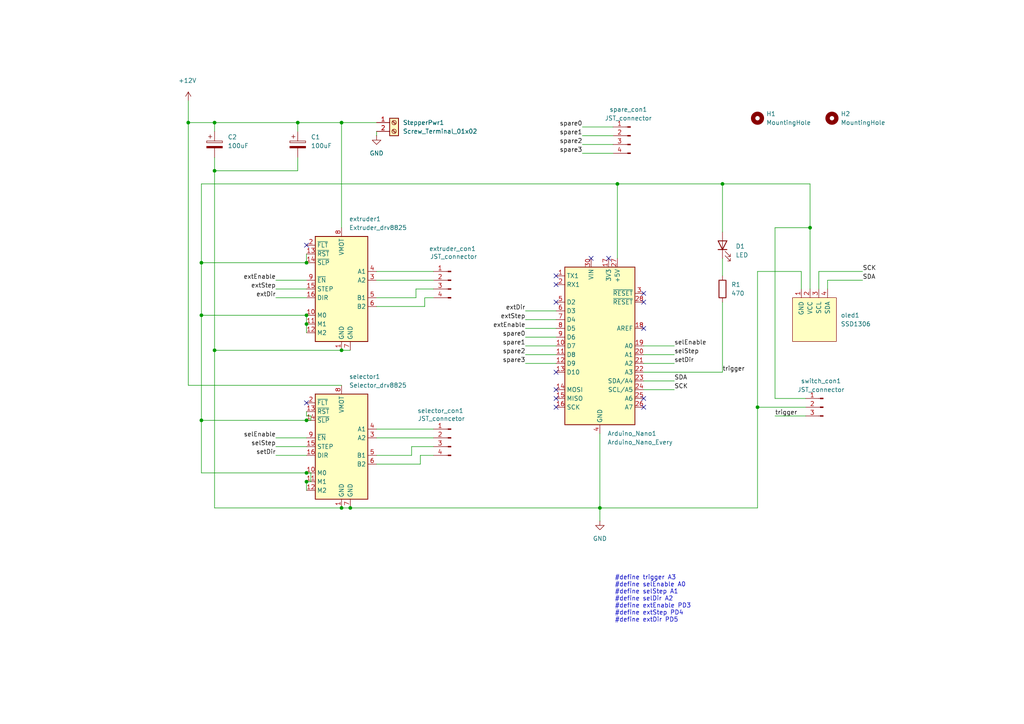
<source format=kicad_sch>
(kicad_sch (version 20231120) (generator "eeschema") (generator_version "8.0")
  (paper "A4")
  (lib_symbols
    (symbol "Connector:Conn_01x03_Pin" (pin_names (offset 1.016) hide)
      (property "Reference" "J" (at 0 5.08 0))
      (property "Value" "Conn_01x03_Pin" (at 0 -5.08 0))
      (symbol "Conn_01x03_Pin_1_1"
        (polyline (pts (xy 1.27 -2.54) (xy 0.8636 -2.54)) (stroke (width 0.1524)))
        (polyline (pts (xy 1.27 0) (xy 0.8636 0)) (stroke (width 0.1524)))
        (polyline (pts (xy 1.27 2.54) (xy 0.8636 2.54)) (stroke (width 0.1524)))
        (rectangle (start 0.8636 -2.413) (end 0 -2.667) (stroke (width 0.1524)) (fill (type outline)))
        (rectangle (start 0.8636 0.127) (end 0 -0.127) (stroke (width 0.1524)) (fill (type outline)))
        (rectangle (start 0.8636 2.667) (end 0 2.413) (stroke (width 0.1524)) (fill (type outline)))
        (pin passive line (at 5.08 2.54 180) (length 3.81) (name "Pin_1") (number "1"))
        (pin passive line (at 5.08 0 180) (length 3.81) (name "Pin_2") (number "2"))
        (pin passive line (at 5.08 -2.54 180) (length 3.81) (name "Pin_3") (number "3"))
      )
    )
    (symbol "Connector:Conn_01x04_Pin" (pin_names (offset 1.016) hide)
      (property "Reference" "J" (at 0 5.08 0))
      (property "Value" "Conn_01x04_Pin" (at 0 -7.62 0))
      (symbol "Conn_01x04_Pin_1_1"
        (polyline (pts (xy 1.27 -5.08) (xy 0.8636 -5.08)) (stroke (width 0.1524)))
        (polyline (pts (xy 1.27 -2.54) (xy 0.8636 -2.54)) (stroke (width 0.1524)))
        (polyline (pts (xy 1.27 0) (xy 0.8636 0)) (stroke (width 0.1524)))
        (polyline (pts (xy 1.27 2.54) (xy 0.8636 2.54)) (stroke (width 0.1524)))
        (rectangle (start 0.8636 -4.953) (end 0 -5.207) (stroke (width 0.1524)) (fill (type outline)))
        (rectangle (start 0.8636 -2.413) (end 0 -2.667) (stroke (width 0.1524)) (fill (type outline)))
        (rectangle (start 0.8636 0.127) (end 0 -0.127) (stroke (width 0.1524)) (fill (type outline)))
        (rectangle (start 0.8636 2.667) (end 0 2.413) (stroke (width 0.1524)) (fill (type outline)))
        (pin passive line (at 5.08 2.54 180) (length 3.81) (name "Pin_1") (number "1"))
        (pin passive line (at 5.08 0 180) (length 3.81) (name "Pin_2") (number "2"))
        (pin passive line (at 5.08 -2.54 180) (length 3.81) (name "Pin_3") (number "3"))
        (pin passive line (at 5.08 -5.08 180) (length 3.81) (name "Pin_4") (number "4"))
      )
    )
    (symbol "Connector:Screw_Terminal_01x02" (pin_names (offset 1.016) hide)
      (property "Reference" "J" (at 0 2.54 0))
      (property "Value" "Screw_Terminal_01x02" (at 0 -5.08 0))
      (symbol "Screw_Terminal_01x02_1_1"
        (rectangle (start -1.27 1.27) (end 1.27 -3.81) (stroke (width 0.254)) (fill (type background)))
        (circle (center 0 -2.54) (radius 0.635) (stroke (width 0.1524)))
        (polyline (pts (xy -0.5334 -2.2098) (xy 0.3302 -3.048)) (stroke (width 0.1524)))
        (polyline (pts (xy -0.5334 0.3302) (xy 0.3302 -0.508)) (stroke (width 0.1524)))
        (polyline (pts (xy -0.3556 -2.032) (xy 0.508 -2.8702)) (stroke (width 0.1524)))
        (polyline (pts (xy -0.3556 0.508) (xy 0.508 -0.3302)) (stroke (width 0.1524)))
        (circle (center 0 0) (radius 0.635) (stroke (width 0.1524)))
        (pin passive line (at -5.08 0 0) (length 3.81) (name "Pin_1") (number "1"))
        (pin passive line (at -5.08 -2.54 0) (length 3.81) (name "Pin_2") (number "2"))
      )
    )
    (symbol "Device:C_Polarized" (pin_numbers hide) (pin_names (offset 0.254))
      (property "Reference" "C" (at 0.635 2.54 0))
      (property "Value" "C_Polarized" (at 0.635 -2.54 0))
      (symbol "C_Polarized_0_1"
        (rectangle (start -2.286 0.508) (end 2.286 1.016))
        (polyline (pts (xy -1.778 2.286) (xy -0.762 2.286)))
        (polyline (pts (xy -1.27 2.794) (xy -1.27 1.778)))
        (rectangle (start 2.286 -0.508) (end -2.286 -1.016) (fill (type outline)))
      )
      (symbol "C_Polarized_1_1"
        (pin passive line (at 0 3.81 270) (length 2.794) (name "~") (number "1"))
        (pin passive line (at 0 -3.81 90) (length 2.794) (name "~") (number "2"))
      )
    )
    (symbol "Device:LED" (pin_numbers hide) (pin_names (offset 1.016) hide)
      (property "Reference" "D" (at 0 2.54 0))
      (property "Value" "LED" (at 0 -2.54 0))
      (symbol "LED_0_1"
        (polyline (pts (xy -1.27 -1.27) (xy -1.27 1.27)) (stroke (width 0.254)))
        (polyline (pts (xy -1.27 0) (xy 1.27 0)))
        (polyline (pts (xy 1.27 -1.27) (xy 1.27 1.27) (xy -1.27 0) (xy 1.27 -1.27)) (stroke (width 0.254)))
        (polyline (pts (xy -3.048 -0.762) (xy -4.572 -2.286) (xy -3.81 -2.286) (xy -4.572 -2.286) (xy -4.572 -1.524)))
        (polyline (pts (xy -1.778 -0.762) (xy -3.302 -2.286) (xy -2.54 -2.286) (xy -3.302 -2.286) (xy -3.302 -1.524)))
      )
      (symbol "LED_1_1"
        (pin passive line (at -3.81 0 0) (length 2.54) (name "K") (number "1"))
        (pin passive line (at 3.81 0 180) (length 2.54) (name "A") (number "2"))
      )
    )
    (symbol "Device:R" (pin_numbers hide) (pin_names (offset 0))
      (property "Reference" "R" (at 2.032 0 90))
      (property "Value" "R" (at 0 0 90))
      (symbol "R_0_1"
        (rectangle (start -1.016 -2.54) (end 1.016 2.54) (stroke (width 0.254)))
      )
      (symbol "R_1_1"
        (pin passive line (at 0 3.81 270) (length 1.27) (name "~") (number "1"))
        (pin passive line (at 0 -3.81 90) (length 1.27) (name "~") (number "2"))
      )
    )
    (symbol "Driver_Motor:Pololu_Breakout_DRV8825"
      (property "Reference" "A" (at -2.54 16.51 0))
      (property "Value" "Pololu_Breakout_DRV8825" (at -2.54 13.97 0))
      (symbol "Pololu_Breakout_DRV8825_0_1"
        (rectangle (start 7.62 -17.78) (end -7.62 12.7) (stroke (width 0.254)) (fill (type background)))
      )
      (symbol "Pololu_Breakout_DRV8825_1_1"
        (pin power_in line (at 0 -20.32 90) (length 2.54) (name "GND") (number "1"))
        (pin input line (at -10.16 -10.16 0) (length 2.54) (name "M0") (number "10"))
        (pin input line (at -10.16 -12.7 0) (length 2.54) (name "M1") (number "11"))
        (pin input line (at -10.16 -15.24 0) (length 2.54) (name "M2") (number "12"))
        (pin input line (at -10.16 7.62 0) (length 2.54) (name "~{RST}") (number "13"))
        (pin input line (at -10.16 5.08 0) (length 2.54) (name "~{SLP}") (number "14"))
        (pin input line (at -10.16 -2.54 0) (length 2.54) (name "STEP") (number "15"))
        (pin input line (at -10.16 -5.08 0) (length 2.54) (name "DIR") (number "16"))
        (pin output line (at -10.16 10.16 0) (length 2.54) (name "~{FLT}") (number "2"))
        (pin output line (at 10.16 0 180) (length 2.54) (name "A2") (number "3"))
        (pin output line (at 10.16 2.54 180) (length 2.54) (name "A1") (number "4"))
        (pin output line (at 10.16 -5.08 180) (length 2.54) (name "B1") (number "5"))
        (pin output line (at 10.16 -7.62 180) (length 2.54) (name "B2") (number "6"))
        (pin power_in line (at 2.54 -20.32 90) (length 2.54) (name "GND") (number "7"))
        (pin power_in line (at 0 15.24 270) (length 2.54) (name "VMOT") (number "8"))
        (pin input line (at -10.16 0 0) (length 2.54) (name "~{EN}") (number "9"))
      )
    )
    (symbol "MCU_Module:Arduino_Nano_Every"
      (property "Reference" "A" (at -10.16 23.495 0))
      (property "Value" "Arduino_Nano_Every" (at 5.08 -24.13 0))
      (symbol "Arduino_Nano_Every_0_1"
        (rectangle (start -10.16 22.86) (end 10.16 -22.86) (stroke (width 0.254)) (fill (type background)))
      )
      (symbol "Arduino_Nano_Every_1_1"
        (pin bidirectional line (at -12.7 20.32 0) (length 2.54) (name "TX1") (number "1"))
        (pin bidirectional line (at -12.7 0 0) (length 2.54) (name "D7") (number "10"))
        (pin bidirectional line (at -12.7 -2.54 0) (length 2.54) (name "D8") (number "11"))
        (pin bidirectional line (at -12.7 -5.08 0) (length 2.54) (name "D9") (number "12"))
        (pin bidirectional line (at -12.7 -7.62 0) (length 2.54) (name "D10") (number "13"))
        (pin bidirectional line (at -12.7 -12.7 0) (length 2.54) (name "MOSI") (number "14"))
        (pin bidirectional line (at -12.7 -15.24 0) (length 2.54) (name "MISO") (number "15"))
        (pin bidirectional line (at -12.7 -17.78 0) (length 2.54) (name "SCK") (number "16"))
        (pin power_out line (at 2.54 25.4 270) (length 2.54) (name "3V3") (number "17"))
        (pin input line (at 12.7 5.08 180) (length 2.54) (name "AREF") (number "18"))
        (pin bidirectional line (at 12.7 0 180) (length 2.54) (name "A0") (number "19"))
        (pin bidirectional line (at -12.7 17.78 0) (length 2.54) (name "RX1") (number "2"))
        (pin bidirectional line (at 12.7 -2.54 180) (length 2.54) (name "A1") (number "20"))
        (pin bidirectional line (at 12.7 -5.08 180) (length 2.54) (name "A2") (number "21"))
        (pin bidirectional line (at 12.7 -7.62 180) (length 2.54) (name "A3") (number "22"))
        (pin bidirectional line (at 12.7 -10.16 180) (length 2.54) (name "SDA/A4") (number "23"))
        (pin bidirectional line (at 12.7 -12.7 180) (length 2.54) (name "SCL/A5") (number "24"))
        (pin bidirectional line (at 12.7 -15.24 180) (length 2.54) (name "A6") (number "25"))
        (pin bidirectional line (at 12.7 -17.78 180) (length 2.54) (name "A7") (number "26"))
        (pin power_out line (at 5.08 25.4 270) (length 2.54) (name "+5V") (number "27"))
        (pin input line (at 12.7 12.7 180) (length 2.54) (name "~{RESET}") (number "28"))
        (pin passive line (at 0 -25.4 90) (length 2.54) hide (name "GND") (number "29"))
        (pin input line (at 12.7 15.24 180) (length 2.54) (name "~{RESET}") (number "3"))
        (pin power_in line (at -2.54 25.4 270) (length 2.54) (name "VIN") (number "30"))
        (pin power_in line (at 0 -25.4 90) (length 2.54) (name "GND") (number "4"))
        (pin bidirectional line (at -12.7 12.7 0) (length 2.54) (name "D2") (number "5"))
        (pin bidirectional line (at -12.7 10.16 0) (length 2.54) (name "D3") (number "6"))
        (pin bidirectional line (at -12.7 7.62 0) (length 2.54) (name "D4") (number "7"))
        (pin bidirectional line (at -12.7 5.08 0) (length 2.54) (name "D5") (number "8"))
        (pin bidirectional line (at -12.7 2.54 0) (length 2.54) (name "D6") (number "9"))
      )
    )
    (symbol "Mechanical:MountingHole" (pin_names (offset 1.016)) (exclude_from_sim yes) (in_bom no)
      (property "Reference" "H" (at 0 5.08 0))
      (property "Value" "MountingHole" (at 0 3.175 0))
      (symbol "MountingHole_0_1"
        (circle (center 0 0) (radius 1.27) (stroke (width 1.27)))
      )
    )
    (symbol "SSD1306-128x64_OLED:SSD1306" (pin_names (offset 1.016))
      (property "Reference" "Brd" (at 0 -3.81 0))
      (property "Value" "SSD1306" (at 0 -1.27 0))
      (symbol "SSD1306_0_1"
        (rectangle (start -6.35 6.35) (end 6.35 -6.35) (fill (type background)))
      )
      (symbol "SSD1306_1_1"
        (pin input line (at -3.81 8.89 270) (length 2.54) (name "GND") (number "1"))
        (pin input line (at -1.27 8.89 270) (length 2.54) (name "VCC") (number "2"))
        (pin input line (at 1.27 8.89 270) (length 2.54) (name "SCL") (number "3"))
        (pin input line (at 3.81 8.89 270) (length 2.54) (name "SDA") (number "4"))
      )
    )
    (symbol "power:+12V" (power) (pin_numbers hide) (pin_names (offset 0) hide)
      (property "Value" "+12V" (at 0 3.556 0))
      (symbol "+12V_0_1"
        (polyline (pts (xy -0.762 1.27) (xy 0 2.54)))
        (polyline (pts (xy 0 0) (xy 0 2.54)))
        (polyline (pts (xy 0 2.54) (xy 0.762 1.27)))
      )
      (symbol "+12V_1_1"
        (pin power_in line (at 0 0 90) (length 0) (name "~") (number "1"))
      )
    )
    (symbol "power:GND" (power) (pin_numbers hide) (pin_names (offset 0) hide)
      (property "Value" "GND" (at 0 -3.81 0))
      (symbol "GND_0_1"
        (polyline (pts (xy 0 0) (xy 0 -1.27) (xy 1.27 -1.27) (xy 0 -2.54) (xy -1.27 -1.27) (xy 0 -1.27)))
      )
      (symbol "GND_1_1"
        (pin power_in line (at 0 0 270) (length 0) (name "~") (number "1"))
      )
    )
  )
  (junction (at 86.36 35.56))
  (junction (at 62.23 35.56))
  (junction (at 58.42 91.44))
  (junction (at 62.23 101.6))
  (junction (at 88.9 137.16))
  (junction (at 58.42 121.92))
  (junction (at 219.71 118.11))
  (junction (at 54.61 35.56))
  (junction (at 99.06 147.32))
  (junction (at 209.55 53.34))
  (junction (at 88.9 91.44))
  (junction (at 62.23 49.53))
  (junction (at 58.42 76.2))
  (junction (at 179.07 53.34))
  (junction (at 234.95 66.04))
  (junction (at 99.06 35.56))
  (junction (at 173.99 147.32))
  (junction (at 88.9 121.92))
  (junction (at 99.06 101.6))
  (junction (at 88.9 93.98))
  (junction (at 88.9 139.7))
  (junction (at 88.9 76.2))
  (junction (at 101.6 147.32))
  (no_connect (at 161.29 80.01))
  (no_connect (at 171.45 74.93))
  (no_connect (at 186.69 85.09))
  (no_connect (at 176.53 74.93))
  (no_connect (at 161.29 118.11))
  (no_connect (at 186.69 118.11))
  (no_connect (at 161.29 107.95))
  (no_connect (at 161.29 115.57))
  (no_connect (at 88.9 116.84))
  (no_connect (at 186.69 87.63))
  (no_connect (at 161.29 113.03))
  (no_connect (at 88.9 71.12))
  (no_connect (at 161.29 82.55))
  (no_connect (at 161.29 87.63))
  (no_connect (at 186.69 95.25))
  (no_connect (at 186.69 115.57))
  (wire (pts (xy 161.29 90.17) (xy 152.4 90.17)))
  (wire (pts (xy 233.68 115.57) (xy 224.79 115.57)))
  (wire (pts (xy 99.06 101.6) (xy 101.6 101.6)))
  (wire (pts (xy 186.69 102.87) (xy 195.58 102.87)))
  (wire (pts (xy 209.55 53.34) (xy 209.55 67.31)))
  (wire (pts (xy 99.06 147.32) (xy 101.6 147.32)))
  (wire (pts (xy 179.07 53.34) (xy 209.55 53.34)))
  (wire (pts (xy 119.38 129.54) (xy 125.73 129.54)))
  (wire (pts (xy 88.9 73.66) (xy 88.9 76.2)))
  (wire (pts (xy 161.29 97.79) (xy 152.4 97.79)))
  (wire (pts (xy 186.69 110.49) (xy 195.58 110.49)))
  (wire (pts (xy 219.71 118.11) (xy 219.71 147.32)))
  (wire (pts (xy 120.65 83.82) (xy 120.65 86.36)))
  (wire (pts (xy 240.03 81.28) (xy 240.03 83.82)))
  (wire (pts (xy 88.9 91.44) (xy 88.9 93.98)))
  (wire (pts (xy 237.49 78.74) (xy 250.19 78.74)))
  (wire (pts (xy 88.9 129.54) (xy 80.01 129.54)))
  (wire (pts (xy 58.42 53.34) (xy 179.07 53.34)))
  (wire (pts (xy 58.42 121.92) (xy 58.42 137.16)))
  (wire (pts (xy 58.42 91.44) (xy 88.9 91.44)))
  (wire (pts (xy 219.71 78.74) (xy 232.41 78.74)))
  (wire (pts (xy 109.22 127) (xy 125.73 127)))
  (wire (pts (xy 224.79 120.65) (xy 233.68 120.65)))
  (wire (pts (xy 86.36 35.56) (xy 99.06 35.56)))
  (wire (pts (xy 120.65 86.36) (xy 109.22 86.36)))
  (wire (pts (xy 173.99 147.32) (xy 173.99 151.13)))
  (wire (pts (xy 58.42 137.16) (xy 88.9 137.16)))
  (wire (pts (xy 90.17 120.65) (xy 90.17 121.92)))
  (wire (pts (xy 161.29 95.25) (xy 152.4 95.25)))
  (wire (pts (xy 88.9 120.65) (xy 90.17 120.65)))
  (wire (pts (xy 224.79 115.57) (xy 224.79 66.04)))
  (wire (pts (xy 219.71 78.74) (xy 219.71 118.11)))
  (wire (pts (xy 109.22 78.74) (xy 125.73 78.74)))
  (wire (pts (xy 62.23 101.6) (xy 62.23 147.32)))
  (wire (pts (xy 234.95 53.34) (xy 234.95 66.04)))
  (wire (pts (xy 161.29 92.71) (xy 152.4 92.71)))
  (wire (pts (xy 88.9 86.36) (xy 80.01 86.36)))
  (wire (pts (xy 120.65 83.82) (xy 125.73 83.82)))
  (wire (pts (xy 232.41 78.74) (xy 232.41 83.82)))
  (wire (pts (xy 62.23 49.53) (xy 86.36 49.53)))
  (wire (pts (xy 62.23 101.6) (xy 99.06 101.6)))
  (wire (pts (xy 62.23 147.32) (xy 99.06 147.32)))
  (wire (pts (xy 58.42 91.44) (xy 58.42 121.92)))
  (wire (pts (xy 109.22 81.28) (xy 125.73 81.28)))
  (wire (pts (xy 101.6 147.32) (xy 173.99 147.32)))
  (wire (pts (xy 234.95 66.04) (xy 234.95 83.82)))
  (wire (pts (xy 123.19 86.36) (xy 125.73 86.36)))
  (wire (pts (xy 88.9 137.16) (xy 90.17 137.16)))
  (wire (pts (xy 54.61 35.56) (xy 54.61 29.21)))
  (wire (pts (xy 86.36 35.56) (xy 62.23 35.56)))
  (wire (pts (xy 186.69 107.95) (xy 209.55 107.95)))
  (wire (pts (xy 177.8 39.37) (xy 168.91 39.37)))
  (wire (pts (xy 123.19 86.36) (xy 123.19 88.9)))
  (wire (pts (xy 121.92 134.62) (xy 109.22 134.62)))
  (wire (pts (xy 121.92 132.08) (xy 121.92 134.62)))
  (wire (pts (xy 62.23 49.53) (xy 62.23 45.72)))
  (wire (pts (xy 88.9 139.7) (xy 88.9 142.24)))
  (wire (pts (xy 88.9 93.98) (xy 88.9 96.52)))
  (wire (pts (xy 161.29 102.87) (xy 152.4 102.87)))
  (wire (pts (xy 54.61 35.56) (xy 62.23 35.56)))
  (wire (pts (xy 179.07 53.34) (xy 179.07 74.93)))
  (wire (pts (xy 54.61 111.76) (xy 54.61 35.56)))
  (wire (pts (xy 62.23 35.56) (xy 62.23 38.1)))
  (wire (pts (xy 123.19 88.9) (xy 109.22 88.9)))
  (wire (pts (xy 161.29 105.41) (xy 152.4 105.41)))
  (wire (pts (xy 177.8 44.45) (xy 168.91 44.45)))
  (wire (pts (xy 58.42 76.2) (xy 58.42 91.44)))
  (wire (pts (xy 88.9 139.7) (xy 90.17 139.7)))
  (wire (pts (xy 99.06 35.56) (xy 99.06 66.04)))
  (wire (pts (xy 86.36 35.56) (xy 86.36 38.1)))
  (wire (pts (xy 173.99 147.32) (xy 219.71 147.32)))
  (wire (pts (xy 119.38 132.08) (xy 119.38 129.54)))
  (wire (pts (xy 99.06 111.76) (xy 54.61 111.76)))
  (wire (pts (xy 58.42 76.2) (xy 88.9 76.2)))
  (wire (pts (xy 177.8 41.91) (xy 168.91 41.91)))
  (wire (pts (xy 88.9 121.92) (xy 90.17 121.92)))
  (wire (pts (xy 186.69 105.41) (xy 195.58 105.41)))
  (wire (pts (xy 240.03 81.28) (xy 250.19 81.28)))
  (wire (pts (xy 224.79 66.04) (xy 234.95 66.04)))
  (wire (pts (xy 219.71 118.11) (xy 233.68 118.11)))
  (wire (pts (xy 58.42 53.34) (xy 58.42 76.2)))
  (wire (pts (xy 88.9 119.38) (xy 88.9 120.65)))
  (wire (pts (xy 86.36 49.53) (xy 86.36 45.72)))
  (wire (pts (xy 88.9 127) (xy 80.01 127)))
  (wire (pts (xy 121.92 132.08) (xy 125.73 132.08)))
  (wire (pts (xy 88.9 83.82) (xy 80.01 83.82)))
  (wire (pts (xy 209.55 107.95) (xy 209.55 87.63)))
  (wire (pts (xy 88.9 132.08) (xy 80.01 132.08)))
  (wire (pts (xy 209.55 74.93) (xy 209.55 80.01)))
  (wire (pts (xy 237.49 78.74) (xy 237.49 83.82)))
  (wire (pts (xy 109.22 38.1) (xy 109.22 39.37)))
  (wire (pts (xy 209.55 53.34) (xy 234.95 53.34)))
  (wire (pts (xy 186.69 100.33) (xy 195.58 100.33)))
  (wire (pts (xy 173.99 125.73) (xy 173.99 147.32)))
  (wire (pts (xy 161.29 100.33) (xy 152.4 100.33)))
  (wire (pts (xy 109.22 132.08) (xy 119.38 132.08)))
  (wire (pts (xy 62.23 49.53) (xy 62.23 101.6)))
  (wire (pts (xy 88.9 81.28) (xy 80.01 81.28)))
  (wire (pts (xy 58.42 121.92) (xy 88.9 121.92)))
  (wire (pts (xy 186.69 113.03) (xy 195.58 113.03)))
  (wire (pts (xy 109.22 124.46) (xy 125.73 124.46)))
  (wire (pts (xy 90.17 137.16) (xy 90.17 139.7)))
  (wire (pts (xy 177.8 36.83) (xy 168.91 36.83)))
  (wire (pts (xy 99.06 35.56) (xy 109.22 35.56)))
  (text "#define trigger A3\n#define selEnable A0\n#define selStep A1\n#define selDir A2\n#define extEnable PD3\n#define extStep PD4\n#define extDir PD5\n" (at 178.308 173.736 0) (effects (font (size 1.27 1.27)) (justify left)))
  (label "extStep" (at 80.01 83.82 180))
  (label "trigger" (at 224.79 120.65 0))
  (label "SDA" (at 195.58 110.49 0))
  (label "spare2" (at 168.91 41.91 180))
  (label "selStep" (at 80.01 129.54 180))
  (label "setDir" (at 195.58 105.41 0))
  (label "SCK" (at 250.19 78.74 0))
  (label "spare1" (at 152.4 100.33 180))
  (label "spare3" (at 152.4 105.41 180))
  (label "extStep" (at 152.4 92.71 180))
  (label "extDir" (at 80.01 86.36 180))
  (label "SDA" (at 250.19 81.28 0))
  (label "selEnable" (at 80.01 127 180))
  (label "extDir" (at 152.4 90.17 180))
  (label "spare0" (at 168.91 36.83 180))
  (label "extEnable" (at 80.01 81.28 180))
  (label "spare1" (at 168.91 39.37 180))
  (label "selEnable" (at 195.58 100.33 0))
  (label "spare2" (at 152.4 102.87 180))
  (label "SCK" (at 195.58 113.03 0))
  (label "setDir" (at 80.01 132.08 180))
  (label "extEnable" (at 152.4 95.25 180))
  (label "trigger" (at 209.55 107.95 0))
  (label "spare0" (at 152.4 97.79 180))
  (label "spare3" (at 168.91 44.45 180))
  (label "selStep" (at 195.58 102.87 0))
  (symbol (lib_id "Device:R") (at 209.55 83.82 0) (unit 1)
    (property "Reference" "R1" (at 212.09 82.5499 0) (effects (justify left)))
    (property "Value" "470" (at 212.09 85.0899 0) (effects (justify left)))
    (property "Footprint" "Resistor_THT:R_Axial_DIN0204_L3.6mm_D1.6mm_P2.54mm_Vertical" (effects (hide yes)))
    (property "Description" "Resistor" (effects (hide yes)))
  )
  (symbol (lib_id "Connector:Conn_01x03_Pin") (at 238.76 118.11 0) (mirror y) (unit 1)
    (property "Reference" "switch_con1" (at 238.125 110.49 0))
    (property "Value" "JST_connector" (at 238.125 113.03 0))
    (property "Footprint" "Connector_JST:JST_EH_B3B-EH-A_1x03_P2.50mm_Vertical" (effects (hide yes)))
    (property "Description" "Generic connector, single row, 01x03, script generated" (effects (hide yes)))
  )
  (symbol (lib_id "Connector:Conn_01x04_Pin") (at 130.81 127 0) (mirror y) (unit 1)
    (property "Reference" "selector_con1" (at 127.762 119.126 0))
    (property "Value" "JST_conncetor" (at 128.016 121.412 0))
    (property "Footprint" "Connector_JST:JST_EH_B4B-EH-A_1x04_P2.50mm_Vertical" (effects (hide yes)))
    (property "Description" "Generic connector, single row, 01x04, script generated" (effects (hide yes)))
  )
  (symbol (lib_id "Driver_Motor:Pololu_Breakout_DRV8825") (at 99.06 81.28 0) (unit 1)
    (property "Reference" "extruder1" (at 101.2541 63.5 0) (effects (justify left)))
    (property "Value" "Extruder_drv8825" (at 101.2541 66.04 0) (effects (justify left)))
    (property "Footprint" "Module:Pololu_Breakout-16_15.2x20.3mm" (effects (hide yes)))
    (property "Datasheet" "https://www.pololu.com/product/2982" (effects (hide yes)))
    (property "Description" "Pololu Breakout Board, Stepper Driver DRV8825" (effects (hide yes)))
  )
  (symbol (lib_id "SSD1306-128x64_OLED:SSD1306") (at 236.22 92.71 0) (unit 1)
    (property "Reference" "oled1" (at 243.84 91.4399 0) (effects (justify left)))
    (property "Value" "SSD1306" (at 243.84 93.9799 0) (effects (justify left)))
    (property "Footprint" "SSD1306:128x64OLED" (effects (hide yes)))
    (property "Description" "SSD1306 OLED" (effects (hide yes)))
  )
  (symbol (lib_id "Device:C_Polarized") (at 86.36 41.91 0) (unit 1)
    (property "Reference" "C1" (at 90.17 39.7509 0) (effects (justify left)))
    (property "Value" "100uF" (at 90.17 42.2909 0) (effects (justify left)))
    (property "Footprint" "Capacitor_THT:CP_Radial_D5.0mm_P2.50mm" (effects (hide yes)))
    (property "Description" "Polarized capacitor" (effects (hide yes)))
  )
  (symbol (lib_id "Mechanical:MountingHole") (at 241.3 34.29 0) (unit 1) (exclude_from_sim yes) (in_bom no)
    (property "Reference" "H2" (at 243.84 33.0199 0) (effects (justify left)))
    (property "Value" "MountingHole" (at 243.84 35.5599 0) (effects (justify left)))
    (property "Footprint" "MountingHole:MountingHole_3.2mm_M3" (effects (hide yes)))
    (property "Description" "Mounting Hole without connection" (effects (hide yes)))
  )
  (symbol (lib_id "power:+12V") (at 54.61 29.21 0) (unit 1)
    (property "Reference" "#PWR02" (effects (hide yes)))
    (property "Value" "+12V" (at 54.356 23.368 0))
    (property "Description" "Power symbol creates a global label with name \"+12V\"" (effects (hide yes)))
  )
  (symbol (lib_id "Connector:Conn_01x04_Pin") (at 130.81 81.28 0) (mirror y) (unit 1)
    (property "Reference" "extruder_con1" (at 124.46 72.136 0) (effects (justify right)))
    (property "Value" "JST_connector" (at 124.714 74.422 0) (effects (justify right)))
    (property "Footprint" "Connector_JST:JST_EH_B4B-EH-A_1x04_P2.50mm_Vertical" (effects (hide yes)))
    (property "Description" "Generic connector, single row, 01x04, script generated" (effects (hide yes)))
  )
  (symbol (lib_id "Mechanical:MountingHole") (at 219.71 34.29 0) (unit 1) (exclude_from_sim yes) (in_bom no)
    (property "Reference" "H1" (at 222.25 33.0199 0) (effects (justify left)))
    (property "Value" "MountingHole" (at 222.25 35.5599 0) (effects (justify left)))
    (property "Footprint" "MountingHole:MountingHole_3.2mm_M3" (effects (hide yes)))
    (property "Description" "Mounting Hole without connection" (effects (hide yes)))
  )
  (symbol (lib_id "power:GND") (at 109.22 39.37 0) (unit 1)
    (property "Reference" "#PWR01" (effects (hide yes)))
    (property "Value" "GND" (at 109.22 44.45 0))
    (property "Description" "Power symbol creates a global label with name \"GND\" , ground" (effects (hide yes)))
  )
  (symbol (lib_id "Device:LED") (at 209.55 71.12 90) (unit 1)
    (property "Reference" "D1" (at 213.36 71.4374 90) (effects (justify right)))
    (property "Value" "LED" (at 213.36 73.9774 90) (effects (justify right)))
    (property "Footprint" "LED_THT:LED_D3.0mm" (effects (hide yes)))
    (property "Description" "Light emitting diode" (effects (hide yes)))
  )
  (symbol (lib_id "Device:C_Polarized") (at 62.23 41.91 0) (unit 1)
    (property "Reference" "C2" (at 66.04 39.7509 0) (effects (justify left)))
    (property "Value" "100uF" (at 66.04 42.2909 0) (effects (justify left)))
    (property "Footprint" "Capacitor_THT:CP_Radial_D5.0mm_P2.00mm" (effects (hide yes)))
    (property "Description" "Polarized capacitor" (effects (hide yes)))
  )
  (symbol (lib_id "power:GND") (at 173.99 151.13 0) (unit 1)
    (property "Reference" "#PWR03" (effects (hide yes)))
    (property "Value" "GND" (at 173.99 156.21 0))
    (property "Description" "Power symbol creates a global label with name \"GND\" , ground" (effects (hide yes)))
  )
  (symbol (lib_id "Driver_Motor:Pololu_Breakout_DRV8825") (at 99.06 127 0) (unit 1)
    (property "Reference" "selector1" (at 101.2541 109.22 0) (effects (justify left)))
    (property "Value" "Selector_drv8825" (at 101.2541 111.76 0) (effects (justify left)))
    (property "Footprint" "Module:Pololu_Breakout-16_15.2x20.3mm" (effects (hide yes)))
    (property "Datasheet" "https://www.pololu.com/product/2982" (effects (hide yes)))
    (property "Description" "Pololu Breakout Board, Stepper Driver DRV8825" (effects (hide yes)))
  )
  (symbol (lib_id "Connector:Conn_01x04_Pin") (at 182.88 39.37 0) (mirror y) (unit 1)
    (property "Reference" "spare_con1" (at 182.245 31.75 0))
    (property "Value" "JST_connector" (at 182.245 34.29 0))
    (property "Footprint" "Connector_JST:JST_EH_B4B-EH-A_1x04_P2.50mm_Vertical" (effects (hide yes)))
    (property "Description" "Generic connector, single row, 01x04, script generated" (effects (hide yes)))
  )
  (symbol (lib_id "Connector:Screw_Terminal_01x02") (at 114.3 35.56 0) (unit 1)
    (property "Reference" "StepperPwr1" (at 116.84 35.5599 0) (effects (justify left)))
    (property "Value" "Screw_Terminal_01x02" (at 116.84 38.0999 0) (effects (justify left)))
    (property "Footprint" "TerminalBlock_Phoenix:TerminalBlock_Phoenix_MKDS-1,5-2-5.08_1x02_P5.08mm_Horizontal" (effects (hide yes)))
    (property "Description" "Generic screw terminal, single row, 01x02, script generated (kicad-library-utils/schlib/autogen/connector/)" (effects (hide yes)))
  )
  (symbol (lib_id "MCU_Module:Arduino_Nano_Every") (at 173.99 100.33 0) (unit 1)
    (property "Reference" "Arduino_Nano1" (at 176.1841 125.73 0) (effects (justify left)))
    (property "Value" "Arduino_Nano_Every" (at 176.1841 128.27 0) (effects (justify left)))
    (property "Footprint" "Arduino:Arduino_Nano_Every" (effects (hide yes)))
    (property "Datasheet" "https://content.arduino.cc/assets/NANOEveryV3.0_sch.pdf" (effects (hide yes)))
    (property "Description" "Arduino Nano Every" (effects (hide yes)))
  )
)
</source>
